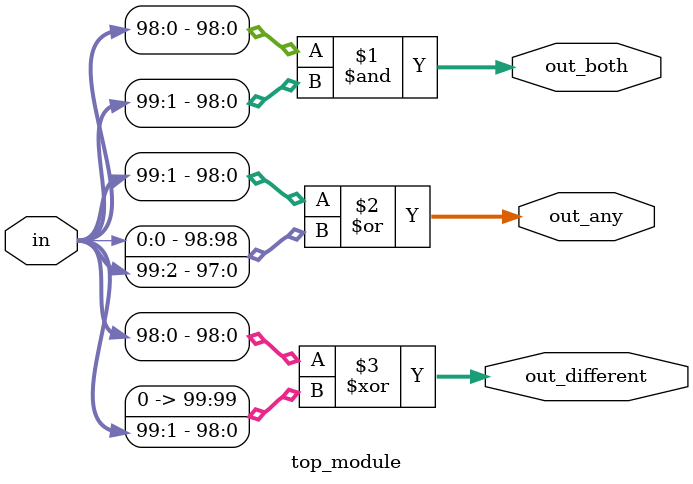
<source format=sv>
module top_module (
    input [99:0] in,
    output [98:0] out_both,
    output [99:1] out_any,
    output [99:0] out_different
);

    assign out_both = in[98:0] & in[99:1];
    
    assign out_any = {in[99], in[98:1]} | {in[0], in[99:2]};
    
    assign out_different = in[98:0] ^ {in[99], in[98:1]};

endmodule

</source>
